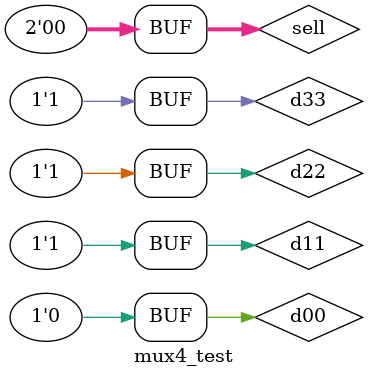
<source format=sv>
module mux4_test;

	logic d00,d11,d22,d33;
	logic [1:0]sell;
	logic zz;

	mux4 uut (
		.d0(d00),
		.d1(d11),
		.d2(d22),
		.d3(d33),
		.sel(sell),
		.z(zz)
	);
	
	initial begin
		d00=1'b0;
		d11=1'b1;
		d22=1'b1;
		d33=1'b1;
		sell=2'b00;
		
		#48
		d00=1'b1;
		
		#48
		d00=1'b0;
		
	end

endmodule

</source>
